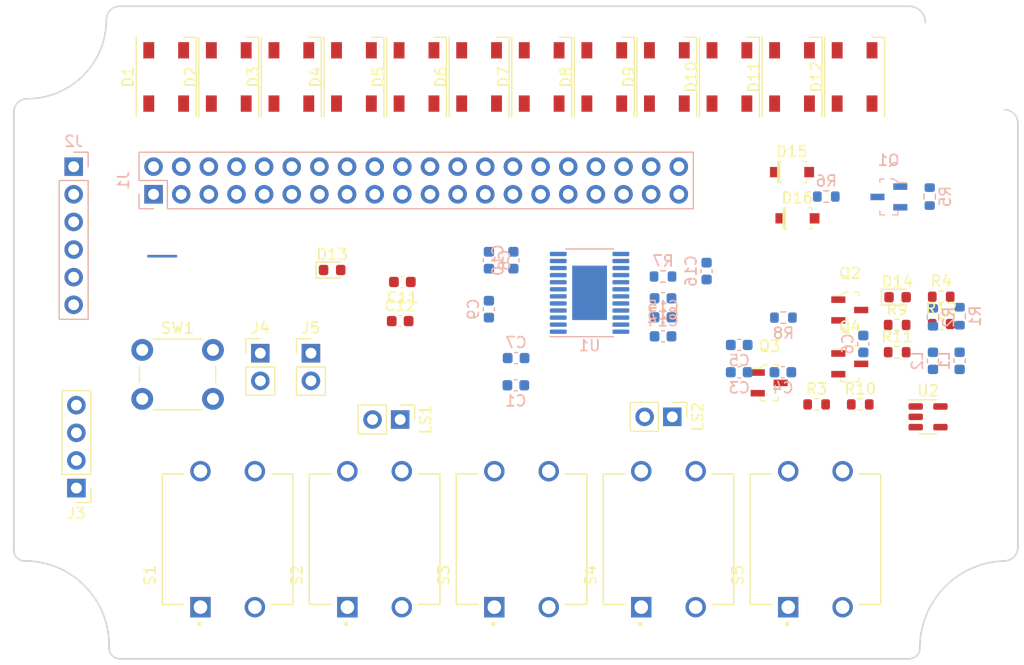
<source format=kicad_pcb>
(kicad_pcb (version 20211014) (generator pcbnew)
  (title_block (title "Raspberry Pi Zero (W) uHAT Template Board") (date "2019-02-28") (rev "1.0") (comment 1 "This PCB design is licensed under MIT Open Source License."))
  (layers (0 "F.Cu" signal) (1 "In1.Cu" signal) (2 "In2.Cu" signal) (31 "B.Cu" signal) (34 "B.Paste" user) (35 "F.Paste" user) (36 "B.SilkS" user "B.Silkscreen") (37 "F.SilkS" user "F.Silkscreen") (38 "B.Mask" user) (39 "F.Mask" user) (44 "Edge.Cuts" user))
  (net 0 "")
  (net 1 "GND")
  (net 2 "Net-(C1-Pad1)")
  (net 3 "GNDA")
  (net 4 "+5V")
  (net 5 "/BTN_D")
  (net 6 "/BTN_E")
  (net 7 "/BTN_A")
  (net 8 "/BTN_B")
  (net 9 "/BTN_C")
  (net 10 "/PWM_AUDIO_L")
  (net 11 "/PWM_AUDIO_R")
  (net 12 "Net-(L1-Pad1)")
  (net 13 "Net-(L2-Pad1)")
  (net 14 "Net-(D1-Pad4)")
  (net 15 "Net-(D1-Pad2)")
  (net 16 "Net-(D2-Pad4)")
  (net 17 "Net-(D3-Pad4)")
  (net 18 "Net-(D4-Pad4)")
  (net 19 "Net-(D5-Pad4)")
  (net 20 "+3V3")
  (net 21 "/LED")
  (net 22 "Net-(D10-Pad2)")
  (net 23 "Net-(D6-Pad4)")
  (net 24 "Net-(D10-Pad4)")
  (net 25 "Net-(D7-Pad4)")
  (net 26 "Net-(D8-Pad4)")
  (net 27 "Net-(D11-Pad4)")
  (net 28 "/AUD_L+")
  (net 29 "/AUD_R+")
  (net 30 "/AUD_L-")
  (net 31 "/AUD_R-")
  (net 32 "/GAIN_1")
  (net 33 "/GAIN_0")
  (net 34 "/UART_RX")
  (net 35 "/UART_TX")
  (net 36 "/SPK_L+")
  (net 37 "/SPK_L-")
  (net 38 "/SPK_R+")
  (net 39 "/SPK_R-")
  (net 40 "Net-(D13-Pad1)")
  (net 41 "Net-(R7-Pad2)")
  (net 42 "Net-(C14-Pad2)")
  (net 43 "Net-(C10-Pad2)")
  (net 44 "Net-(C3-Pad2)")
  (net 45 "/AWAKE_SIG")
  (net 46 "Net-(D14-Pad1)")
  (net 47 "Net-(D15-PadA)")
  (net 48 "Net-(D16-PadA)")
  (net 49 "/M2")
  (net 50 "/M1")
  (net 51 "/Vs")
  (net 52 "Net-(Q2-Pad3)")
  (net 53 "Net-(R4-Pad1)")
  (net 54 "/PWR_EN")
  (footprint "Connector_PinHeader_2.54mm:PinHeader_1x04_P2.54mm_Vertical" (layer "F.Cu") (at 117.032 107.368 180)
    (fp_text reference "J3" (at 0 -2.33) (layer "F.SilkS"))
    (fp_text value "Conn_01x04_Male")
    (pad "1" thru_hole rect locked (at 0 0 180) (size 1.7 1.7) (drill 1) (layers *.Cu *.Mask) (net 4 "+5V"))
    (pad "2" thru_hole oval locked (at 0 2.54 180) (size 1.7 1.7) (drill 1) (layers *.Cu *.Mask) (net 35 "/UART_TX"))
    (pad "3" thru_hole oval locked (at 0 5.08 180) (size 1.7 1.7) (drill 1) (layers *.Cu *.Mask) (net 34 "/UART_RX"))
    (pad "4" thru_hole oval locked (at 0 7.62 180) (size 1.7 1.7) (drill 1) (layers *.Cu *.Mask) (net 1 "GND"))
  )
  (footprint "Connector_PinHeader_2.54mm:PinHeader_1x02_P2.54mm_Vertical" (layer "F.Cu") (at 146.782 101.068 -90)
    (fp_text reference "LS1" (at 0 -2.33 90) (layer "F.SilkS"))
    (fp_text value "Speaker")
    (pad "1" thru_hole rect locked (at 0 0 270) (size 1.7 1.7) (drill 1) (layers *.Cu *.Mask) (net 37 "/SPK_L-"))
    (pad "2" thru_hole oval locked (at 0 2.54 270) (size 1.7 1.7) (drill 1) (layers *.Cu *.Mask) (net 36 "/SPK_L+"))
  )
  (footprint "Connector_PinHeader_2.54mm:PinHeader_1x02_P2.54mm_Vertical" (layer "F.Cu") (at 171.782 100.818 -90)
    (fp_text reference "LS2" (at 0 -2.33 90) (layer "F.SilkS"))
    (fp_text value "Speaker")
    (pad "1" thru_hole rect locked (at 0 0 270) (size 1.7 1.7) (drill 1) (layers *.Cu *.Mask) (net 39 "/SPK_R-"))
    (pad "2" thru_hole oval locked (at 0 2.54 270) (size 1.7 1.7) (drill 1) (layers *.Cu *.Mask) (net 38 "/SPK_R+"))
  )
  (footprint "LED_SMD:LED_0603_1608Metric" (layer "F.Cu") (at 192.482 89.818)
    (fp_text reference "D14" (at 0 -1.43) (layer "F.SilkS"))
    (fp_text value "LED")
    (pad "1" smd roundrect locked (at -0.7875 0) (size 0.875 0.95) (layers "F.Cu" "F.Paste" "F.Mask") (net 46 "Net-(D14-Pad1)"))
    (pad "2" smd roundrect locked (at 0.7875 0) (size 0.875 0.95) (layers "F.Cu" "F.Paste" "F.Mask") (net 45 "/AWAKE_SIG"))
  )
  (footprint "digikey-footprints:SOD-123" (layer "F.Cu") (at 182.782 78.318)
    (fp_text reference "D15" (at -0.01 -1.89) (layer "F.SilkS"))
    (fp_text value "1N5819HW-7-F")
    (pad "A" smd rect locked (at 1.575 0) (size 0.9 0.95) (layers "F.Cu" "F.Paste" "F.Mask") (net 47 "Net-(D15-PadA)"))
    (pad "K" smd rect locked (at -1.575 0) (size 0.9 0.95) (layers "F.Cu" "F.Paste" "F.Mask") (net 4 "+5V"))
  )
  (footprint "digikey-footprints:SOD-123" (layer "F.Cu") (at 183.282 82.568)
    (fp_text reference "D16" (at -0.01 -1.89) (layer "F.SilkS"))
    (fp_text value "1N5819HW-7-F")
    (pad "A" smd rect locked (at 1.575 0) (size 0.9 0.95) (layers "F.Cu" "F.Paste" "F.Mask") (net 48 "Net-(D16-PadA)"))
    (pad "K" smd rect locked (at -1.575 0) (size 0.9 0.95) (layers "F.Cu" "F.Paste" "F.Mask") (net 4 "+5V"))
  )
  (footprint "digikey-footprints:SOT-23-3" (layer "F.Cu") (at 188.087 90.998)
    (fp_text reference "Q2" (at 0.025 -3.375) (layer "F.SilkS"))
    (fp_text value "BSS138")
    (pad "1" smd rect locked (at -1.05 -0.95) (size 1.3 0.6) (layers "F.Cu" "F.Paste" "F.Mask") (net 20 "+3V3"))
    (pad "2" smd rect locked (at -1.05 0.95) (size 1.3 0.6) (layers "F.Cu" "F.Paste" "F.Mask") (net 45 "/AWAKE_SIG"))
    (pad "3" smd rect locked (at 1.05 0) (size 1.3 0.6) (layers "F.Cu" "F.Paste" "F.Mask") (net 52 "Net-(Q2-Pad3)"))
  )
  (footprint "digikey-footprints:SOT-23-3" (layer "F.Cu") (at 180.687 97.698)
    (fp_text reference "Q3" (at 0.025 -3.375) (layer "F.SilkS"))
    (fp_text value "BSS138")
    (pad "1" smd rect locked (at -1.05 -0.95) (size 1.3 0.6) (layers "F.Cu" "F.Paste" "F.Mask") (net 50 "/M1"))
    (pad "2" smd rect locked (at -1.05 0.95) (size 1.3 0.6) (layers "F.Cu" "F.Paste" "F.Mask") (net 1 "GND"))
    (pad "3" smd rect locked (at 1.05 0) (size 1.3 0.6) (layers "F.Cu" "F.Paste" "F.Mask") (net 47 "Net-(D15-PadA)"))
  )
  (footprint "digikey-footprints:SOT-23-3" (layer "F.Cu") (at 188.087 95.948)
    (fp_text reference "Q4" (at 0.025 -3.375) (layer "F.SilkS"))
    (fp_text value "BSS138")
    (pad "1" smd rect locked (at -1.05 -0.95) (size 1.3 0.6) (layers "F.Cu" "F.Paste" "F.Mask") (net 49 "/M2"))
    (pad "2" smd rect locked (at -1.05 0.95) (size 1.3 0.6) (layers "F.Cu" "F.Paste" "F.Mask") (net 1 "GND"))
    (pad "3" smd rect locked (at 1.05 0) (size 1.3 0.6) (layers "F.Cu" "F.Paste" "F.Mask") (net 48 "Net-(D16-PadA)"))
  )
  (footprint "Resistor_SMD:R_0603_1608Metric" (layer "F.Cu") (at 185.042 99.678)
    (fp_text reference "R3" (at 0 -1.43) (layer "F.SilkS"))
    (fp_text value "10k")
    (pad "1" smd roundrect locked (at -0.825 0) (size 0.8 0.95) (layers "F.Cu" "F.Paste" "F.Mask") (net 1 "GND"))
    (pad "2" smd roundrect locked (at 0.825 0) (size 0.8 0.95) (layers "F.Cu" "F.Paste" "F.Mask") (net 45 "/AWAKE_SIG"))
  )
  (footprint "Resistor_SMD:R_0603_1608Metric" (layer "F.Cu") (at 196.492 89.778)
    (fp_text reference "R4" (at 0 -1.43) (layer "F.SilkS"))
    (fp_text value "10k")
    (pad "1" smd roundrect locked (at -0.825 0) (size 0.8 0.95) (layers "F.Cu" "F.Paste" "F.Mask") (net 53 "Net-(R4-Pad1)"))
    (pad "2" smd roundrect locked (at 0.825 0) (size 0.8 0.95) (layers "F.Cu" "F.Paste" "F.Mask") (net 51 "/Vs"))
  )
  (footprint "Resistor_SMD:R_0603_1608Metric" (layer "F.Cu") (at 192.442 92.368)
    (fp_text reference "R9" (at 0 -1.43) (layer "F.SilkS"))
    (fp_text value "200k")
    (pad "1" smd roundrect locked (at -0.825 0) (size 0.8 0.95) (layers "F.Cu" "F.Paste" "F.Mask") (net 52 "Net-(Q2-Pad3)"))
    (pad "2" smd roundrect locked (at 0.825 0) (size 0.8 0.95) (layers "F.Cu" "F.Paste" "F.Mask") (net 51 "/Vs"))
  )
  (footprint "Resistor_SMD:R_0603_1608Metric" (layer "F.Cu") (at 189.052 99.678)
    (fp_text reference "R10" (at 0 -1.43) (layer "F.SilkS"))
    (fp_text value "200R")
    (pad "1" smd roundrect locked (at -0.825 0) (size 0.8 0.95) (layers "F.Cu" "F.Paste" "F.Mask") (net 1 "GND"))
    (pad "2" smd roundrect locked (at 0.825 0) (size 0.8 0.95) (layers "F.Cu" "F.Paste" "F.Mask") (net 46 "Net-(D14-Pad1)"))
  )
  (footprint "Resistor_SMD:R_0603_1608Metric" (layer "F.Cu") (at 192.442 94.878)
    (fp_text reference "R11" (at 0 -1.43) (layer "F.SilkS"))
    (fp_text value "10k")
    (pad "1" smd roundrect locked (at -0.825 0) (size 0.8 0.95) (layers "F.Cu" "F.Paste" "F.Mask") (net 1 "GND"))
    (pad "2" smd roundrect locked (at 0.825 0) (size 0.8 0.95) (layers "F.Cu" "F.Paste" "F.Mask") (net 50 "/M1"))
  )
  (footprint "Resistor_SMD:R_0603_1608Metric" (layer "F.Cu") (at 196.492 92.288)
    (fp_text reference "R12" (at 0 -1.43) (layer "F.SilkS"))
    (fp_text value "10k")
    (pad "1" smd roundrect locked (at -0.825 0) (size 0.8 0.95) (layers "F.Cu" "F.Paste" "F.Mask") (net 1 "GND"))
    (pad "2" smd roundrect locked (at 0.825 0) (size 0.8 0.95) (layers "F.Cu" "F.Paste" "F.Mask") (net 49 "/M2"))
  )
  (footprint "Connector_PinHeader_2.54mm:PinHeader_1x02_P2.54mm_Vertical" (layer "F.Cu") (at 133.932 94.968)
    (fp_text reference "J4" (at 0 -2.33) (layer "F.SilkS"))
    (fp_text value "Conn_01x02_Male")
    (pad "1" thru_hole rect locked (at 0 0) (size 1.7 1.7) (drill 1) (layers *.Cu *.Mask) (net 4 "+5V"))
    (pad "2" thru_hole oval locked (at 0 2.54) (size 1.7 1.7) (drill 1) (layers *.Cu *.Mask) (net 47 "Net-(D15-PadA)"))
  )
  (footprint "Connector_PinHeader_2.54mm:PinHeader_1x02_P2.54mm_Vertical" (layer "F.Cu") (at 138.582 94.968)
    (fp_text reference "J5" (at 0 -2.33) (layer "F.SilkS"))
    (fp_text value "Conn_01x02_Male")
    (pad "1" thru_hole rect locked (at 0 0) (size 1.7 1.7) (drill 1) (layers *.Cu *.Mask) (net 4 "+5V"))
    (pad "2" thru_hole oval locked (at 0 2.54) (size 1.7 1.7) (drill 1) (layers *.Cu *.Mask) (net 48 "Net-(D16-PadA)"))
  )
  (footprint "Button_Switch_THT:SW_PUSH_6mm" (layer "F.Cu") (at 123.082 94.668)
    (fp_text reference "SW1" (at 3.25 -2) (layer "F.SilkS"))
    (fp_text value "SW_SPST")
    (pad "1" thru_hole circle locked (at 0 0 90) (size 2 2) (drill 1.1) (layers *.Cu *.Mask) (net 1 "GND"))
    (pad "1" thru_hole circle locked (at 6.5 0 90) (size 2 2) (drill 1.1) (layers *.Cu *.Mask) (net 1 "GND"))
    (pad "2" thru_hole circle locked (at 6.5 4.5 90) (size 2 2) (drill 1.1) (layers *.Cu *.Mask) (net 53 "Net-(R4-Pad1)"))
    (pad "2" thru_hole circle locked (at 0 4.5 90) (size 2 2) (drill 1.1) (layers *.Cu *.Mask) (net 53 "Net-(R4-Pad1)"))
  )
  (footprint "B3F-4050:SW_B3F-4050" (layer "F.Cu") (at 130.932 112.068 90)
    (fp_text reference "S1" (at -3.325 -7.135 90) (layer "F.SilkS"))
    (fp_text value "B3F-4050")
    (pad "" np_thru_hole circle locked (at 0 4.5 90) (size 1.85 1.85) (drill 1.85) (layers *.Cu *.Mask))
    (pad "" np_thru_hole circle locked (at 0 -4.5 90) (size 1.85 1.85) (drill 1.85) (layers *.Cu *.Mask))
    (pad "1" thru_hole rect locked (at -6.25 -2.5 90) (size 1.875 1.875) (drill 1.25) (layers *.Cu *.Mask) (net 7 "/BTN_A"))
    (pad "2" thru_hole circle locked (at 6.25 -2.5 90) (size 1.875 1.875) (drill 1.25) (layers *.Cu *.Mask) (net 7 "/BTN_A"))
    (pad "3" thru_hole circle locked (at -6.25 2.5 90) (size 1.875 1.875) (drill 1.25) (layers *.Cu *.Mask) (net 1 "GND"))
    (pad "4" thru_hole circle locked (at 6.25 2.5 90) (size 1.875 1.875) (drill 1.25) (layers *.Cu *.Mask) (net 1 "GND"))
  )
  (footprint "B3F-4050:SW_B3F-4050" (layer "F.Cu") (at 144.432 112.068 90)
    (fp_text reference "S2" (at -3.325 -7.135 90) (layer "F.SilkS"))
    (fp_text value "B3F-4050")
    (pad "" np_thru_hole circle locked (at 0 -4.5 90) (size 1.85 1.85) (drill 1.85) (layers *.Cu *.Mask))
    (pad "" np_thru_hole circle locked (at 0 4.5 90) (size 1.85 1.85) (drill 1.85) (layers *.Cu *.Mask))
    (pad "1" thru_hole rect locked (at -6.25 -2.5 90) (size 1.875 1.875) (drill 1.25) (layers *.Cu *.Mask) (net 8 "/BTN_B"))
    (pad "2" thru_hole circle locked (at 6.25 -2.5 90) (size 1.875 1.875) (drill 1.25) (layers *.Cu *.Mask) (net 8 "/BTN_B"))
    (pad "3" thru_hole circle locked (at -6.25 2.5 90) (size 1.875 1.875) (drill 1.25) (layers *.Cu *.Mask) (net 1 "GND"))
    (pad "4" thru_hole circle locked (at 6.25 2.5 90) (size 1.875 1.875) (drill 1.25) (layers *.Cu *.Mask) (net 1 "GND"))
  )
  (footprint "B3F-4050:SW_B3F-4050" (layer "F.Cu") (at 157.932 112.068 90)
    (fp_text reference "S3" (at -3.325 -7.135 90) (layer "F.SilkS"))
    (fp_text value "B3F-4050")
    (pad "" np_thru_hole circle locked (at 0 -4.5 90) (size 1.85 1.85) (drill 1.85) (layers *.Cu *.Mask))
    (pad "" np_thru_hole circle locked (at 0 4.5 90) (size 1.85 1.85) (drill 1.85) (layers *.Cu *.Mask))
    (pad "1" thru_hole rect locked (at -6.25 -2.5 90) (size 1.875 1.875) (drill 1.25) (layers *.Cu *.Mask) (net 9 "/BTN_C"))
    (pad "2" thru_hole circle locked (at 6.25 -2.5 90) (size 1.875 1.875) (drill 1.25) (layers *.Cu *.Mask) (net 9 "/BTN_C"))
    (pad "3" thru_hole circle locked (at -6.25 2.5 90) (size 1.875 1.875) (drill 1.25) (layers *.Cu *.Mask) (net 1 "GND"))
    (pad "4" thru_hole circle locked (at 6.25 2.5 90) (size 1.875 1.875) (drill 1.25) (layers *.Cu *.Mask) (net 1 "GND"))
  )
  (footprint "B3F-4050:SW_B3F-4050" (layer "F.Cu") (at 171.432 112.068 90)
    (fp_text reference "S4" (at -3.325 -7.135 90) (layer "F.SilkS"))
    (fp_text value "B3F-4050")
    (pad "" np_thru_hole circle locked (at 0 -4.5 90) (size 1.85 1.85) (drill 1.85) (layers *.Cu *.Mask))
    (pad "" np_thru_hole circle locked (at 0 4.5 90) (size 1.85 1.85) (drill 1.85) (layers *.Cu *.Mask))
    (pad "1" thru_hole rect locked (at -6.25 -2.5 90) (size 1.875 1.875) (drill 1.25) (layers *.Cu *.Mask) (net 5 "/BTN_D"))
    (pad "2" thru_hole circle locked (at 6.25 -2.5 90) (size 1.875 1.875) (drill 1.25) (layers *.Cu *.Mask) (net 5 "/BTN_D"))
    (pad "3" thru_hole circle locked (at -6.25 2.5 90) (size 1.875 1.875) (drill 1.25) (layers *.Cu *.Mask) (net 1 "GND"))
    (pad "4" thru_hole circle locked (at 6.25 2.5 90) (size 1.875 1.875) (drill 1.25) (layers *.Cu *.Mask) (net 1 "GND"))
  )
  (footprint "B3F-4050:SW_B3F-4050" (layer "F.Cu") (at 184.932 112.068 90)
    (fp_text reference "S5" (at -3.325 -7.135 90) (layer "F.SilkS"))
    (fp_text value "B3F-4050")
    (pad "" np_thru_hole circle locked (at 0 -4.5 90) (size 1.85 1.85) (drill 1.85) (layers *.Cu *.Mask))
    (pad "" np_thru_hole circle locked (at 0 4.5 90) (size 1.85 1.85) (drill 1.85) (layers *.Cu *.Mask))
    (pad "1" thru_hole rect locked (at -6.25 -2.5 90) (size 1.875 1.875) (drill 1.25) (layers *.Cu *.Mask) (net 6 "/BTN_E"))
    (pad "2" thru_hole circle locked (at 6.25 -2.5 90) (size 1.875 1.875) (drill 1.25) (layers *.Cu *.Mask) (net 6 "/BTN_E"))
    (pad "3" thru_hole circle locked (at -6.25 2.5 90) (size 1.875 1.875) (drill 1.25) (layers *.Cu *.Mask) (net 1 "GND"))
    (pad "4" thru_hole circle locked (at 6.25 2.5 90) (size 1.875 1.875) (drill 1.25) (layers *.Cu *.Mask) (net 1 "GND"))
  )
  (footprint "Package_TO_SOT_SMD:SOT-23-5" (layer "F.Cu") (at 195.282 100.818)
    (fp_text reference "U2" (at 0 -2.4) (layer "F.SilkS"))
    (fp_text value "SN74LVC1G32DBVRG4")
    (pad "1" smd roundrect locked (at -1.1375 -0.95) (size 1.325 0.6) (layers "F.Cu" "F.Paste" "F.Mask") (net 52 "Net-(Q2-Pad3)"))
    (pad "2" smd roundrect locked (at -1.1375 0) (size 1.325 0.6) (layers "F.Cu" "F.Paste" "F.Mask") (net 53 "Net-(R4-Pad1)"))
    (pad "3" smd roundrect locked (at -1.1375 0.95) (size 1.325 0.6) (layers "F.Cu" "F.Paste" "F.Mask") (net 1 "GND"))
    (pad "4" smd roundrect locked (at 1.1375 0.95) (size 1.325 0.6) (layers "F.Cu" "F.Paste" "F.Mask") (net 54 "/PWR_EN"))
    (pad "5" smd roundrect locked (at 1.1375 -0.95) (size 1.325 0.6) (layers "F.Cu" "F.Paste" "F.Mask") (net 51 "/Vs"))
  )
  (footprint "LED_SMD:LED_SK6812_PLCC4_5.0x5.0mm_P3.2mm" (layer "F.Cu") (at 125.282 69.568 90)
    (fp_text reference "D1" (at 0 -3.5 90) (layer "F.SilkS"))
    (fp_text value "SK6812")
    (pad "1" smd rect locked (at 2.45 1.6 90) (size 1.5 1) (layers "F.Cu" "F.Paste" "F.Mask") (net 1 "GND"))
    (pad "2" smd rect locked (at 2.45 -1.6 90) (size 1.5 1) (layers "F.Cu" "F.Paste" "F.Mask") (net 15 "Net-(D1-Pad2)"))
    (pad "3" smd rect locked (at -2.45 -1.6 90) (size 1.5 1) (layers "F.Cu" "F.Paste" "F.Mask") (net 4 "+5V"))
    (pad "4" smd rect locked (at -2.45 1.6 90) (size 1.5 1) (layers "F.Cu" "F.Paste" "F.Mask") (net 14 "Net-(D1-Pad4)"))
  )
  (footprint "LED_SMD:LED_SK6812_PLCC4_5.0x5.0mm_P3.2mm" (layer "F.Cu") (at 131.032 69.568 90)
    (fp_text reference "D2" (at 0 -3.5 90) (layer "F.SilkS"))
    (fp_text value "SK6812")
    (pad "1" smd rect locked (at 2.45 1.6 90) (size 1.5 1) (layers "F.Cu" "F.Paste" "F.Mask") (net 1 "GND"))
    (pad "2" smd rect locked (at 2.45 -1.6 90) (size 1.5 1) (layers "F.Cu" "F.Paste" "F.Mask") (net 14 "Net-(D1-Pad4)"))
    (pad "3" smd rect locked (at -2.45 -1.6 90) (size 1.5 1) (layers "F.Cu" "F.Paste" "F.Mask") (net 4 "+5V"))
    (pad "4" smd rect locked (at -2.45 1.6 90) (size 1.5 1) (layers "F.Cu" "F.Paste" "F.Mask") (net 16 "Net-(D2-Pad4)"))
  )
  (footprint "LED_SMD:LED_SK6812_PLCC4_5.0x5.0mm_P3.2mm" (layer "F.Cu") (at 136.782 69.568 90)
    (fp_text reference "D3" (at 0 -3.5 90) (layer "F.SilkS"))
    (fp_text value "SK6812")
    (pad "1" smd rect locked (at 2.45 1.6 90) (size 1.5 1) (layers "F.Cu" "F.Paste" "F.Mask") (net 1 "GND"))
    (pad "2" smd rect locked (at 2.45 -1.6 90) (size 1.5 1) (layers "F.Cu" "F.Paste" "F.Mask") (net 16 "Net-(D2-Pad4)"))
    (pad "3" smd rect locked (at -2.45 -1.6 90) (size 1.5 1) (layers "F.Cu" "F.Paste" "F.Mask") (net 4 "+5V"))
    (pad "4" smd rect locked (at -2.45 1.6 90) (size 1.5 1) (layers "F.Cu" "F.Paste" "F.Mask") (net 17 "Net-(D3-Pad4)"))
  )
  (footprint "LED_SMD:LED_SK6812_PLCC4_5.0x5.0mm_P3.2mm" (layer "F.Cu") (at 142.532 69.568 90)
    (fp_text reference "D4" (at 0 -3.5 90) (layer "F.SilkS"))
    (fp_text value "SK6812")
    (pad "1" smd rect locked (at 2.45 1.6 90) (size 1.5 1) (layers "F.Cu" "F.Paste" "F.Mask") (net 1 "GND"))
    (pad "2" smd rect locked (at 2.45 -1.6 90) (size 1.5 1) (layers "F.Cu" "F.Paste" "F.Mask") (net 17 "Net-(D3-Pad4)"))
    (pad "3" smd rect locked (at -2.45 -1.6 90) (size 1.5 1) (layers "F.Cu" "F.Paste" "F.Mask") (net 4 "+5V"))
    (pad "4" smd rect locked (at -2.45 1.6 90) (size 1.5 1) (layers "F.Cu" "F.Paste" "F.Mask") (net 18 "Net-(D4-Pad4)"))
  )
  (footprint "LED_SMD:LED_SK6812_PLCC4_5.0x5.0mm_P3.2mm" (layer "F.Cu") (at 148.282 69.568 90)
    (fp_text reference "D5" (at 0 -3.5 90) (layer "F.SilkS"))
    (fp_text value "SK6812")
    (pad "1" smd rect locked (at 2.45 1.6 90) (size 1.5 1) (layers "F.Cu" "F.Paste" "F.Mask") (net 1 "GND"))
    (pad "2" smd rect locked (at 2.45 -1.6 90) (size 1.5 1) (layers "F.Cu" "F.Paste" "F.Mask") (net 18 "Net-(D4-Pad4)"))
    (pad "3" smd rect locked (at -2.45 -1.6 90) (size 1.5 1) (layers "F.Cu" "F.Paste" "F.Mask") (net 4 "+5V"))
    (pad "4" smd rect locked (at -2.45 1.6 90) (size 1.5 1) (layers "F.Cu" "F.Paste" "F.Mask") (net 19 "Net-(D5-Pad4)"))
  )
  (footprint "LED_SMD:LED_SK6812_PLCC4_5.0x5.0mm_P3.2mm" (layer "F.Cu") (at 165.532 69.568 90)
    (fp_text reference "D8" (at 0 -3.5 90) (layer "F.SilkS"))
    (fp_text value "SK6812")
    (pad "1" smd rect locked (at 2.45 1.6 90) (size 1.5 1) (layers "F.Cu" "F.Paste" "F.Mask") (net 1 "GND"))
    (pad "2" smd rect locked (at 2.45 -1.6 90) (size 1.5 1) (layers "F.Cu" "F.Paste" "F.Mask") (net 25 "Net-(D7-Pad4)"))
    (pad "3" smd rect locked (at -2.45 -1.6 90) (size 1.5 1) (layers "F.Cu" "F.Paste" "F.Mask") (net 4 "+5V"))
    (pad "4" smd rect locked (at -2.45 1.6 90) (size 1.5 1) (layers "F.Cu" "F.Paste" "F.Mask") (net 26 "Net-(D8-Pad4)"))
  )
  (footprint "LED_SMD:LED_SK6812_PLCC4_5.0x5.0mm_P3.2mm" (layer "F.Cu") (at 171.282 69.568 90)
    (fp_text reference "D9" (at 0 -3.5 90) (layer "F.SilkS"))
    (fp_text value "SK6812")
    (pad "1" smd rect locked (at 2.45 1.6 90) (size 1.5 1) (layers "F.Cu" "F.Paste" "F.Mask") (net 1 "GND"))
    (pad "2" smd rect locked (at 2.45 -1.6 90) (size 1.5 1) (layers "F.Cu" "F.Paste" "F.Mask") (net 26 "Net-(D8-Pad4)"))
    (pad "3" smd rect locked (at -2.45 -1.6 90) (size 1.5 1) (layers "F.Cu" "F.Paste" "F.Mask") (net 4 "+5V"))
    (pad "4" smd rect locked (at -2.45 1.6 90) (size 1.5 1) (layers "F.Cu" "F.Paste" "F.Mask") (net 22 "Net-(D10-Pad2)"))
  )
  (footprint "LED_SMD:LED_SK6812_PLCC4_5.0x5.0mm_P3.2mm" (layer "F.Cu") (at 177.032 69.568 90)
    (fp_text reference "D10" (at 0 -3.5 90) (layer "F.SilkS"))
    (fp_text value "SK6812")
    (pad "1" smd rect locked (at 2.45 1.6 90) (size 1.5 1) (layers "F.Cu" "F.Paste" "F.Mask") (net 1 "GND"))
    (pad "2" smd rect locked (at 2.45 -1.6 90) (size 1.5 1) (layers "F.Cu" "F.Paste" "F.Mask") (net 22 "Net-(D10-Pad2)"))
    (pad "3" smd rect locked (at -2.45 -1.6 90) (size 1.5 1) (layers "F.Cu" "F.Paste" "F.Mask") (net 4 "+5V"))
    (pad "4" smd rect locked (at -2.45 1.6 90) (size 1.5 1) (layers "F.Cu" "F.Paste" "F.Mask") (net 24 "Net-(D10-Pad4)"))
  )
  (footprint "LED_SMD:LED_SK6812_PLCC4_5.0x5.0mm_P3.2mm" (layer "F.Cu") (at 182.782 69.568 90)
    (fp_text reference "D11" (at 0 -3.5 90) (layer "F.SilkS"))
    (fp_text value "SK6812")
    (pad "1" smd rect locked (at 2.45 1.6 90) (size 1.5 1) (layers "F.Cu" "F.Paste" "F.Mask") (net 1 "GND"))
    (pad "2" smd rect locked (at 2.45 -1.6 90) (size 1.5 1) (layers "F.Cu" "F.Paste" "F.Mask") (net 24 "Net-(D10-Pad4)"))
    (pad "3" smd rect locked (at -2.45 -1.6 90) (size 1.5 1) (layers "F.Cu" "F.Paste" "F.Mask") (net 4 "+5V"))
    (pad "4" smd rect locked (at -2.45 1.6 90) (size 1.5 1) (layers "F.Cu" "F.Paste" "F.Mask") (net 27 "Net-(D11-Pad4)"))
  )
  (footprint "LED_SMD:LED_SK6812_PLCC4_5.0x5.0mm_P3.2mm" (layer "F.Cu") (at 188.532 69.568 90)
    (fp_text reference "D12" (at 0 -3.5 90) (layer "F.SilkS"))
    (fp_text value "SK6812")
    (pad "1" smd rect locked (at 2.45 1.6 90) (size 1.5 1) (layers "F.Cu" "F.Paste" "F.Mask") (net 1 "GND"))
    (pad "2" smd rect locked (at 2.45 -1.6 90) (size 1.5 1) (layers "F.Cu" "F.Paste" "F.Mask") (net 27 "Net-(D11-Pad4)"))
    (pad "3" smd rect locked (at -2.45 -1.6 90) (size 1.5 1) (layers "F.Cu" "F.Paste" "F.Mask") (net 4 "+5V"))
    (pad "4" smd rect locked (at -2.45 1.6 90) (size 1.5 1) (layers "F.Cu" "F.Paste" "F.Mask"))
  )
  (footprint "LED_SMD:LED_SK6812_PLCC4_5.0x5.0mm_P3.2mm" (layer "F.Cu") (at 154.032 69.568 90)
    (fp_text reference "D6" (at 0 -3.5 90) (layer "F.SilkS"))
    (fp_text value "SK6812")
    (pad "1" smd rect locked (at 2.45 1.6 90) (size 1.5 1) (layers "F.Cu" "F.Paste" "F.Mask") (net 1 "GND"))
    (pad "2" smd rect locked (at 2.45 -1.6 90) (size 1.5 1) (layers "F.Cu" "F.Paste" "F.Mask") (net 19 "Net-(D5-Pad4)"))
    (pad "3" smd rect locked (at -2.45 -1.6 90) (size 1.5 1) (layers "F.Cu" "F.Paste" "F.Mask") (net 4 "+5V"))
    (pad "4" smd rect locked (at -2.45 1.6 90) (size 1.5 1) (layers "F.Cu" "F.Paste" "F.Mask") (net 23 "Net-(D6-Pad4)"))
  )
  (footprint "LED_SMD:LED_SK6812_PLCC4_5.0x5.0mm_P3.2mm" (layer "F.Cu") (at 159.782 69.568 90)
    (fp_text reference "D7" (at 0 -3.5 90) (layer "F.SilkS"))
    (fp_text value "SK6812")
    (pad "1" smd rect locked (at 2.45 1.6 90) (size 1.5 1) (layers "F.Cu" "F.Paste" "F.Mask") (net 1 "GND"))
    (pad "2" smd rect locked (at 2.45 -1.6 90) (size 1.5 1) (layers "F.Cu" "F.Paste" "F.Mask") (net 23 "Net-(D6-Pad4)"))
    (pad "3" smd rect locked (at -2.45 -1.6 90) (size 1.5 1) (layers "F.Cu" "F.Paste" "F.Mask") (net 4 "+5V"))
    (pad "4" smd rect locked (at -2.45 1.6 90) (size 1.5 1) (layers "F.Cu" "F.Paste" "F.Mask") (net 25 "Net-(D7-Pad4)"))
  )
  (footprint "Capacitor_SMD:C_0603_1608Metric" (layer "F.Cu") (at 146.982 88.418 180)
    (fp_text reference "C11" (at 0 -1.43) (layer "F.SilkS"))
    (fp_text value "0.1uF")
    (pad "1" smd roundrect locked (at -0.775 0 180) (size 0.9 0.95) (layers "F.Cu" "F.Paste" "F.Mask") (net 1 "GND"))
    (pad "2" smd roundrect locked (at 0.775 0 180) (size 0.9 0.95) (layers "F.Cu" "F.Paste" "F.Mask") (net 4 "+5V"))
  )
  (footprint "Capacitor_SMD:C_0603_1608Metric" (layer "F.Cu") (at 146.782 92.018)
    (fp_text reference "C12" (at 0 -1.43) (layer "F.SilkS"))
    (fp_text value "0.1uF")
    (pad "1" smd roundrect locked (at -0.775 0) (size 0.9 0.95) (layers "F.Cu" "F.Paste" "F.Mask") (net 4 "+5V"))
    (pad "2" smd roundrect locked (at 0.775 0) (size 0.9 0.95) (layers "F.Cu" "F.Paste" "F.Mask") (net 1 "GND"))
  )
  (footprint "LED_SMD:LED_0603_1608Metric" (layer "F.Cu") (at 140.532 87.318)
    (fp_text reference "D13" (at 0 -1.43) (layer "F.SilkS"))
    (fp_text value "LED")
    (pad "1" smd roundrect locked (at -0.7875 0) (size 0.875 0.95) (layers "F.Cu" "F.Paste" "F.Mask") (net 40 "Net-(D13-Pad1)"))
    (pad "2" smd roundrect locked (at 0.7875 0) (size 0.875 0.95) (layers "F.Cu" "F.Paste" "F.Mask") (net 4 "+5V"))
  )
  (footprint "Capacitor_SMD:C_0603_1608Metric" (layer "B.Cu") (at 157.407 97.918)
    (fp_text reference "C1" (at 0 1.43 180) (layer "B.SilkS") (effects (justify mirror)))
    (fp_text value "1.5uF")
    (pad "1" smd roundrect locked (at -0.775 0) (size 0.9 0.95) (layers "B.Cu" "B.Paste" "B.Mask") (net 2 "Net-(C1-Pad1)"))
    (pad "2" smd roundrect locked (at 0.775 0) (size 0.9 0.95) (layers "B.Cu" "B.Paste" "B.Mask") (net 3 "GNDA"))
  )
  (footprint "Capacitor_SMD:C_0603_1608Metric" (layer "B.Cu") (at 189.332 94.118 -90)
    (fp_text reference "C6" (at 0 1.43 90) (layer "B.SilkS") (effects (justify mirror)))
    (fp_text value "10uF")
    (pad "1" smd roundrect locked (at -0.775 0 270) (size 0.9 0.95) (layers "B.Cu" "B.Paste" "B.Mask") (net 30 "/AUD_L-"))
    (pad "2" smd roundrect locked (at 0.775 0 270) (size 0.9 0.95) (layers "B.Cu" "B.Paste" "B.Mask") (net 3 "GNDA"))
  )
  (footprint "Capacitor_SMD:C_0603_1608Metric" (layer "B.Cu") (at 157.432 95.418 180)
    (fp_text reference "C7" (at 0 1.43) (layer "B.SilkS") (effects (justify mirror)))
    (fp_text value "10uF")
    (pad "1" smd roundrect locked (at -0.775 0 180) (size 0.9 0.95) (layers "B.Cu" "B.Paste" "B.Mask") (net 31 "/AUD_R-"))
    (pad "2" smd roundrect locked (at 0.775 0 180) (size 0.9 0.95) (layers "B.Cu" "B.Paste" "B.Mask") (net 3 "GNDA"))
  )
  (footprint "Package_SO:HTSSOP-24-1EP_4.4x7.8mm_P0.65mm_EP3.2x5mm" (layer "B.Cu") (at 164.182 89.418)
    (fp_text reference "U1" (at 0 4.85) (layer "B.SilkS") (effects (justify mirror)))
    (fp_text value "TPA2001D2")
    (pad "1" smd roundrect locked (at -2.875 3.575) (size 1.55 0.4) (layers "B.Cu" "B.Paste" "B.Mask") (net 1 "GND"))
    (pad "2" smd roundrect locked (at -2.875 2.925) (size 1.55 0.4) (layers "B.Cu" "B.Paste" "B.Mask") (net 37 "/SPK_L-"))
    (pad "3" smd roundrect locked (at -2.875 2.275) (size 1.55 0.4) (layers "B.Cu" "B.Paste" "B.Mask") (net 33 "/GAIN_0"))
    (pad "4" smd roundrect locked (at -2.875 1.625) (size 1.55 0.4) (layers "B.Cu" "B.Paste" "B.Mask") (net 4 "+5V"))
    (pad "5" smd roundrect locked (at -2.875 0.975) (size 1.55 0.4) (layers "B.Cu" "B.Paste" "B.Mask") (net 30 "/AUD_L-"))
    (pad "6" smd roundrect locked (at -2.875 0.325) (size 1.55 0.4) (layers "B.Cu" "B.Paste" "B.Mask") (net 3 "GNDA"))
    (pad "7" smd roundrect locked (at -2.875 -0.325) (size 1.55 0.4) (layers "B.Cu" "B.Paste" "B.Mask") (net 43 "Net-(C10-Pad2)"))
    (pad "8" smd roundrect locked (at -2.875 -0.975) (size 1.55 0.4) (layers "B.Cu" "B.Paste" "B.Mask") (net 31 "/AUD_R-"))
    (pad "9" smd roundrect locked (at -2.875 -1.625) (size 1.55 0.4) (layers "B.Cu" "B.Paste" "B.Mask") (net 4 "+5V"))
    (pad "10" smd roundrect locked (at -2.875 -2.275) (size 1.55 0.4) (layers "B.Cu" "B.Paste" "B.Mask") (net 4 "+5V"))
    (pad "11" smd roundrect locked (at -2.875 -2.925) (size 1.55 0.4) (layers "B.Cu" "B.Paste" "B.Mask") (net 39 "/SPK_R-"))
    (pad "12" smd roundrect locked (at -2.875 -3.575) (size 1.55 0.4) (layers "B.Cu" "B.Paste" "B.Mask") (net 1 "GND"))
    (pad "13" smd roundrect locked (at 2.875 -3.575) (size 1.55 0.4) (layers "B.Cu" "B.Paste" "B.Mask") (net 1 "GND"))
    (pad "14" smd roundrect locked (at 2.875 -2.925) (size 1.55 0.4) (layers "B.Cu" "B.Paste" "B.Mask") (net 38 "/SPK_R+"))
    (pad "15" smd roundrect locked (at 2.875 -2.275) (size 1.55 0.4) (layers "B.Cu" "B.Paste" "B.Mask") (net 32 "/GAIN_1"))
    (pad "16" smd roundrect locked (at 2.875 -1.625) (size 1.55 0.4) (layers "B.Cu" "B.Paste" "B.Mask") (net 4 "+5V"))
    (pad "17" smd roundrect locked (at 2.875 -0.975) (size 1.55 0.4) (layers "B.Cu" "B.Paste" "B.Mask") (net 29 "/AUD_R+"))
    (pad "18" smd roundrect locked (at 2.875 -0.325) (size 1.55 0.4) (layers "B.Cu" "B.Paste" "B.Mask") (net 41 "Net-(R7-Pad2)"))
    (pad "19" smd roundrect locked (at 2.875 0.325) (size 1.55 0.4) (layers "B.Cu" "B.Paste" "B.Mask") (net 4 "+5V"))
    (pad "20" smd roundrect locked (at 2.875 0.975) (size 1.55 0.4) (layers "B.Cu" "B.Paste" "B.Mask") (net 28 "/AUD_L+"))
    (pad "21" smd roundrect locked (at 2.875 1.625) (size 1.55 0.4) (layers "B.Cu" "B.Paste" "B.Mask") (net 4 "+5V"))
    (pad "22" smd roundrect locked (at 2.875 2.275) (size 1.55 0.4) (layers "B.Cu" "B.Paste" "B.Mask") (net 42 "Net-(C14-Pad2)"))
    (pad "23" smd roundrect locked (at 2.875 2.925) (size 1.55 0.4) (layers "B.Cu" "B.Paste" "B.Mask") (net 36 "/SPK_L+"))
    (pad "24" smd roundrect locked (at 2.875 3.575) (size 1.55 0.4) (layers "B.Cu" "B.Paste" "B.Mask") (net 1 "GND"))
    (pad "25" smd rect locked (at 0 0) (size 3.2 5) (layers "B.Cu" "B.Mask"))
  )
  (footprint "digikey-footprints:SOT-23-3" (layer "B.Cu") (at 191.682 80.603 180)
    (fp_text reference "Q1" (at 0.025 3.375) (layer "B.SilkS") (effects (justify mirror)))
    (fp_text value "BSS138")
    (pad "1" smd rect locked (at -1.05 0.95 180) (size 1.3 0.6) (layers "B.Cu" "B.Paste" "B.Mask") (net 20 "+3V3"))
    (pad "2" smd rect locked (at -1.05 -0.95 180) (size 1.3 0.6) (layers "B.Cu" "B.Paste" "B.Mask") (net 21 "/LED"))
    (pad "3" smd rect locked (at 1.05 0 180) (size 1.3 0.6) (layers "B.Cu" "B.Paste" "B.Mask") (net 15 "Net-(D1-Pad2)"))
  )
  (footprint "Resistor_SMD:R_0603_1608Metric" (layer "B.Cu") (at 195.432 80.568 90)
    (fp_text reference "R5" (at 0 1.43 270) (layer "B.SilkS") (effects (justify mirror)))
    (fp_text value "10k")
    (pad "1" smd roundrect locked (at -0.825 0 90) (size 0.8 0.95) (layers "B.Cu" "B.Paste" "B.Mask") (net 21 "/LED"))
    (pad "2" smd roundrect locked (at 0.825 0 90) (size 0.8 0.95) (layers "B.Cu" "B.Paste" "B.Mask") (net 20 "+3V3"))
  )
  (footprint "Resistor_SMD:R_0603_1608Metric" (layer "B.Cu") (at 185.932 80.568 180)
    (fp_text reference "R6" (at 0 1.43) (layer "B.SilkS") (effects (justify mirror)))
    (fp_text value "10k")
    (pad "1" smd roundrect locked (at -0.825 0 180) (size 0.8 0.95) (layers "B.Cu" "B.Paste" "B.Mask") (net 15 "Net-(D1-Pad2)"))
    (pad "2" smd roundrect locked (at 0.825 0 180) (size 0.8 0.95) (layers "B.Cu" "B.Paste" "B.Mask") (net 4 "+5V"))
  )
  (footprint "Connector_PinSocket_2.54mm:PinSocket_2x20_P2.54mm_Vertical" (layer "B.Cu") (at 124.122 80.358 -90)
    (fp_text reference "J1" (at -1.27 2.77 90) (layer "B.SilkS") (effects (justify mirror)))
    (fp_text value "GPIO_CONNECTOR")
    (pad "1" thru_hole rect locked (at 0 0 270) (size 1.7 1.7) (drill 1) (layers *.Cu *.Mask) (net 20 "+3V3"))
    (pad "2" thru_hole oval locked (at -2.54 0 270) (size 1.7 1.7) (drill 1) (layers *.Cu *.Mask) (net 4 "+5V"))
    (pad "3" thru_hole oval locked (at 0 -2.54 270) (size 1.7 1.7) (drill 1) (layers *.Cu *.Mask))
    (pad "4" thru_hole oval locked (at -2.54 -2.54 270) (size 1.7 1.7) (drill 1) (layers *.Cu *.Mask) (net 4 "+5V"))
    (pad "5" thru_hole oval locked (at 0 -5.08 270) (size 1.7 1.7) (drill 1) (layers *.Cu *.Mask))
    (pad "6" thru_hole oval locked (at -2.54 -5.08 270) (size 1.7 1.7) (drill 1) (layers *.Cu *.Mask))
    (pad "7" thru_hole oval locked (at 0 -7.62 270) (size 1.7 1.7) (drill 1) (layers *.Cu *.Mask))
    (pad "8" thru_hole oval locked (at -2.54 -7.62 270) (size 1.7 1.7) (drill 1) (layers *.Cu *.Mask) (net 35 "/UART_TX"))
    (pad "9" thru_hole oval locked (at 0 -10.16 270) (size 1.7 1.7) (drill 1) (layers *.Cu *.Mask))
    (pad "10" thru_hole oval locked (at -2.54 -10.16 270) (size 1.7 1.7) (drill 1) (layers *.Cu *.Mask) (net 34 "/UART_RX"))
    (pad "11" thru_hole oval locked (at 0 -12.7 270) (size 1.7 1.7) (drill 1) (layers *.Cu *.Mask))
    (pad "12" thru_hole oval locked (at -2.54 -12.7 270) (size 1.7 1.7) (drill 1) (layers *.Cu *.Mask) (net 21 "/LED"))
    (pad "13" thru_hole oval locked (at 0 -15.24 270) (size 1.7 1.7) (drill 1) (layers *.Cu *.Mask))
    (pad "14" thru_hole oval locked (at -2.54 -15.24 270) (size 1.7 1.7) (drill 1) (layers *.Cu *.Mask))
    (pad "15" thru_hole oval locked (at 0 -17.78 270) (size 1.7 1.7) (drill 1) (layers *.Cu *.Mask))
    (pad "16" thru_hole oval locked (at -2.54 -17.78 270) (size 1.7 1.7) (drill 1) (layers *.Cu *.Mask) (net 7 "/BTN_A"))
    (pad "17" thru_hole oval locked (at 0 -20.32 270) (size 1.7 1.7) (drill 1) (layers *.Cu *.Mask))
    (pad "18" thru_hole oval locked (at -2.54 -20.32 270) (size 1.7 1.7) (drill 1) (layers *.Cu *.Mask) (net 8 "/BTN_B"))
    (pad "19" thru_hole oval locked (at 0 -22.86 270) (size 1.7 1.7) (drill 1) (layers *.Cu *.Mask))
    (pad "20" thru_hole oval locked (at -2.54 -22.86 270) (size 1.7 1.7) (drill 1) (layers *.Cu *.Mask) (net 1 "GND"))
    (pad "21" thru_hole oval locked (at 0 -25.4 270) (size 1.7 1.7) (drill 1) (layers *.Cu *.Mask))
    (pad "22" thru_hole oval locked (at -2.54 -25.4 270) (size 1.7 1.7) (drill 1) (layers *.Cu *.Mask))
    (pad "23" thru_hole oval locked (at 0 -27.94 270) (size 1.7 1.7) (drill 1) (layers *.Cu *.Mask))
    (pad "24" thru_hole oval locked (at -2.54 -27.94 270) (size 1.7 1.7) (drill 1) (layers *.Cu *.Mask))
    (pad "25" thru_hole oval locked (at 0 -30.48 270) (size 1.7 1.7) (drill 1) (layers *.Cu *.Mask))
    (pad "26" thru_hole oval locked (at -2.54 -30.48 270) (size 1.7 1.7) (drill 1) (layers *.Cu *.Mask))
    (pad "27" thru_hole oval locked (at 0 -33.02 270) (size 1.7 1.7) (drill 1) (layers *.Cu *.Mask) (net 9 "/BTN_C"))
    (pad "28" thru_hole oval locked (at -2.54 -33.02 270) (size 1.7 1.7) (drill 1) (layers *.Cu *.Mask) (net 50 "/M1"))
    (pad "29" thru_hole oval locked (at 0 -35.56 270) (size 1.7 1.7) (drill 1) (layers *.Cu *.Mask) (net 5 "/BTN_D"))
    (pad "30" thru_hole oval locked (at -2.54 -35.56 270) (size 1.7 1.7) (drill 1) (layers *.Cu *.Mask))
    (pad "31" thru_hole oval locked (at 0 -38.1 270) (size 1.7 1.7) (drill 1) (layers *.Cu *.Mask) (net 6 "/BTN_E"))
    (pad "32" thru_hole oval locked (at -2.54 -38.1 270) (size 1.7 1.7) (drill 1) (layers *.Cu *.Mask) (net 10 "/PWM_AUDIO_L"))
    (pad "33" thru_hole oval locked (at 0 -40.64 270) (size 1.7 1.7) (drill 1) (layers *.Cu *.Mask) (net 11 "/PWM_AUDIO_R"))
    (pad "34" thru_hole oval locked (at -2.54 -40.64 270) (size 1.7 1.7) (drill 1) (layers *.Cu *.Mask))
    (pad "35" thru_hole oval locked (at 0 -43.18 270) (size 1.7 1.7) (drill 1) (layers *.Cu *.Mask) (net 33 "/GAIN_0"))
    (pad "36" thru_hole oval locked (at -2.54 -43.18 270) (size 1.7 1.7) (drill 1) (layers *.Cu *.Mask) (net 49 "/M2"))
    (pad "37" thru_hole oval locked (at 0 -45.72 270) (size 1.7 1.7) (drill 1) (layers *.Cu *.Mask) (net 32 "/GAIN_1"))
    (pad "38" thru_hole oval locked (at -2.54 -45.72 270) (size 1.7 1.7) (drill 1) (layers *.Cu *.Mask) (net 45 "/AWAKE_SIG"))
    (pad "39" thru_hole oval locked (at 0 -48.26 270) (size 1.7 1.7) (drill 1) (layers *.Cu *.Mask))
    (pad "40" thru_hole oval locked (at -2.54 -48.26 270) (size 1.7 1.7) (drill 1) (layers *.Cu *.Mask))
  )
  (footprint "Inductor_SMD:L_0603_1608Metric" (layer "B.Cu") (at 195.732 95.668 -90)
    (fp_text reference "L2" (at 0 1.43 90) (layer "B.SilkS") (effects (justify mirror)))
    (fp_text value "10uH")
    (pad "1" smd roundrect locked (at -0.7875 0 270) (size 0.875 0.95) (layers "B.Cu" "B.Paste" "B.Mask") (net 13 "Net-(L2-Pad1)"))
    (pad "2" smd roundrect locked (at 0.7875 0 270) (size 0.875 0.95) (layers "B.Cu" "B.Paste" "B.Mask") (net 44 "Net-(C3-Pad2)"))
  )
  (footprint "Inductor_SMD:L_0603_1608Metric" (layer "B.Cu") (at 198.182 95.668 -90)
    (fp_text reference "L1" (at 0 1.43 90) (layer "B.SilkS") (effects (justify mirror)))
    (fp_text value "10uH")
    (pad "1" smd roundrect locked (at -0.7875 0 270) (size 0.875 0.95) (layers "B.Cu" "B.Paste" "B.Mask") (net 12 "Net-(L1-Pad1)"))
    (pad "2" smd roundrect locked (at 0.7875 0 270) (size 0.875 0.95) (layers "B.Cu" "B.Paste" "B.Mask") (net 2 "Net-(C1-Pad1)"))
  )
  (footprint "Resistor_SMD:R_0603_1608Metric" (layer "B.Cu") (at 195.732 91.668 90)
    (fp_text reference "R2" (at 0 1.43 90) (layer "B.SilkS") (effects (justify mirror)))
    (fp_text value "5R")
    (pad "1" smd roundrect locked (at -0.825 0 90) (size 0.8 0.95) (layers "B.Cu" "B.Paste" "B.Mask") (net 13 "Net-(L2-Pad1)"))
    (pad "2" smd roundrect locked (at 0.825 0 90) (size 0.8 0.95) (layers "B.Cu" "B.Paste" "B.Mask") (net 10 "/PWM_AUDIO_L"))
  )
  (footprint "Resistor_SMD:R_0603_1608Metric" (layer "B.Cu") (at 198.182 91.568 90)
    (fp_text reference "R1" (at 0 1.43 90) (layer "B.SilkS") (effects (justify mirror)))
    (fp_text value "5R")
    (pad "1" smd roundrect locked (at -0.825 0 90) (size 0.8 0.95) (layers "B.Cu" "B.Paste" "B.Mask") (net 12 "Net-(L1-Pad1)"))
    (pad "2" smd roundrect locked (at 0.825 0 90) (size 0.8 0.95) (layers "B.Cu" "B.Paste" "B.Mask") (net 11 "/PWM_AUDIO_R"))
  )
  (footprint "Capacitor_SMD:C_0603_1608Metric" (layer "B.Cu") (at 177.932 96.718)
    (fp_text reference "C3" (at 0 1.43) (layer "B.SilkS") (effects (justify mirror)))
    (fp_text value "1.5uF")
    (pad "1" smd roundrect locked (at -0.775 0) (size 0.9 0.95) (layers "B.Cu" "B.Paste" "B.Mask") (net 3 "GNDA"))
    (pad "2" smd roundrect locked (at 0.775 0) (size 0.9 0.95) (layers "B.Cu" "B.Paste" "B.Mask") (net 44 "Net-(C3-Pad2)"))
  )
  (footprint "Capacitor_SMD:C_0603_1608Metric" (layer "B.Cu") (at 181.942 96.718)
    (fp_text reference "C4" (at 0 1.43) (layer "B.SilkS") (effects (justify mirror)))
    (fp_text value "10uF")
    (pad "1" smd roundrect locked (at -0.775 0) (size 0.9 0.95) (layers "B.Cu" "B.Paste" "B.Mask") (net 28 "/AUD_L+"))
    (pad "2" smd roundrect locked (at 0.775 0) (size 0.9 0.95) (layers "B.Cu" "B.Paste" "B.Mask") (net 44 "Net-(C3-Pad2)"))
  )
  (footprint "Capacitor_SMD:C_0603_1608Metric" (layer "B.Cu") (at 177.932 94.208)
    (fp_text reference "C5" (at 0 1.43) (layer "B.SilkS") (effects (justify mirror)))
    (fp_text value "10uF")
    (pad "1" smd roundrect locked (at -0.775 0) (size 0.9 0.95) (layers "B.Cu" "B.Paste" "B.Mask") (net 29 "/AUD_R+"))
    (pad "2" smd roundrect locked (at 0.775 0) (size 0.9 0.95) (layers "B.Cu" "B.Paste" "B.Mask") (net 2 "Net-(C1-Pad1)"))
  )
  (footprint "Resistor_SMD:R_0603_1608Metric" (layer "B.Cu") (at 170.932 87.918 180)
    (fp_text reference "R7" (at 0 1.43) (layer "B.SilkS") (effects (justify mirror)))
    (fp_text value "120k")
    (pad "1" smd roundrect locked (at -0.825 0 180) (size 0.8 0.95) (layers "B.Cu" "B.Paste" "B.Mask") (net 1 "GND"))
    (pad "2" smd roundrect locked (at 0.825 0 180) (size 0.8 0.95) (layers "B.Cu" "B.Paste" "B.Mask") (net 41 "Net-(R7-Pad2)"))
  )
  (footprint "Resistor_SMD:R_0603_1608Metric" (layer "B.Cu") (at 181.992 91.698)
    (fp_text reference "R8" (at 0 1.43) (layer "B.SilkS") (effects (justify mirror)))
    (fp_text value "200R")
    (pad "1" smd roundrect locked (at -0.825 0) (size 0.8 0.95) (layers "B.Cu" "B.Paste" "B.Mask") (net 1 "GND"))
    (pad "2" smd roundrect locked (at 0.825 0) (size 0.8 0.95) (layers "B.Cu" "B.Paste" "B.Mask") (net 40 "Net-(D13-Pad1)"))
  )
  (footprint "Capacitor_SMD:C_0603_1608Metric" (layer "B.Cu") (at 154.932 86.418 90)
    (fp_text reference "C8" (at 0 1.43 270) (layer "B.SilkS") (effects (justify mirror)))
    (fp_text value "0.1uF")
    (pad "1" smd roundrect locked (at -0.775 0 90) (size 0.9 0.95) (layers "B.Cu" "B.Paste" "B.Mask") (net 4 "+5V"))
    (pad "2" smd roundrect locked (at 0.775 0 90) (size 0.9 0.95) (layers "B.Cu" "B.Paste" "B.Mask") (net 1 "GND"))
  )
  (footprint "Capacitor_SMD:C_0603_1608Metric" (layer "B.Cu") (at 154.932 90.918 -90)
    (fp_text reference "C9" (at 0 1.43 -90) (layer "B.SilkS") (effects (justify mirror)))
    (fp_text value "0.1uF")
    (pad "1" smd roundrect locked (at -0.775 0 270) (size 0.9 0.95) (layers "B.Cu" "B.Paste" "B.Mask") (net 4 "+5V"))
    (pad "2" smd roundrect locked (at 0.775 0 270) (size 0.9 0.95) (layers "B.Cu" "B.Paste" "B.Mask") (net 3 "GNDA"))
  )
  (footprint "Capacitor_SMD:C_0603_1608Metric" (layer "B.Cu") (at 157.182 86.418 -90)
    (fp_text reference "C10" (at 0 1.43 -90) (layer "B.SilkS") (effects (justify mirror)))
    (fp_text value "220pF")
    (pad "1" smd roundrect locked (at -0.775 0 270) (size 0.9 0.95) (layers "B.Cu" "B.Paste" "B.Mask") (net 1 "GND"))
    (pad "2" smd roundrect locked (at 0.775 0 270) (size 0.9 0.95) (layers "B.Cu" "B.Paste" "B.Mask") (net 43 "Net-(C10-Pad2)"))
  )
  (footprint "Capacitor_SMD:C_0603_1608Metric" (layer "B.Cu") (at 170.932 89.918)
    (fp_text reference "C13" (at 0 1.43) (layer "B.SilkS") (effects (justify mirror)))
    (fp_text value "0.1uF")
    (pad "1" smd roundrect locked (at -0.775 0) (size 0.9 0.95) (layers "B.Cu" "B.Paste" "B.Mask") (net 4 "+5V"))
    (pad "2" smd roundrect locked (at 0.775 0) (size 0.9 0.95) (layers "B.Cu" "B.Paste" "B.Mask") (net 1 "GND"))
  )
  (footprint "Capacitor_SMD:C_0603_1608Metric" (layer "B.Cu") (at 170.932 93.418 180)
    (fp_text reference "C14" (at 0 1.43) (layer "B.SilkS") (effects (justify mirror)))
    (fp_text value "1uF")
    (pad "1" smd roundrect locked (at -0.775 0 180) (size 0.9 0.95) (layers "B.Cu" "B.Paste" "B.Mask") (net 1 "GND"))
    (pad "2" smd roundrect locked (at 0.775 0 180) (size 0.9 0.95) (layers "B.Cu" "B.Paste" "B.Mask") (net 42 "Net-(C14-Pad2)"))
  )
  (footprint "Capacitor_SMD:C_0603_1608Metric" (layer "B.Cu") (at 170.932 91.668 180)
    (fp_text reference "C15" (at 0 1) (layer "B.SilkS") (effects (justify mirror)))
    (fp_text value "10uF")
    (pad "1" smd roundrect locked (at -0.775 0 180) (size 0.9 0.95) (layers "B.Cu" "B.Paste" "B.Mask") (net 1 "GND"))
    (pad "2" smd roundrect locked (at 0.775 0 180) (size 0.9 0.95) (layers "B.Cu" "B.Paste" "B.Mask") (net 4 "+5V"))
  )
  (footprint "Capacitor_SMD:C_0603_1608Metric" (layer "B.Cu") (at 174.932 87.418 -90)
    (fp_text reference "C16" (at 0 1.43 -90) (layer "B.SilkS") (effects (justify mirror)))
    (fp_text value "10uF")
    (pad "1" smd roundrect locked (at -0.775 0 270) (size 0.9 0.95) (layers "B.Cu" "B.Paste" "B.Mask") (net 1 "GND"))
    (pad "2" smd roundrect locked (at 0.775 0 270) (size 0.9 0.95) (layers "B.Cu" "B.Paste" "B.Mask") (net 4 "+5V"))
  )
  (footprint "Connector_PinHeader_2.54mm:PinHeader_1x06_P2.54mm_Vertical" (layer "B.Cu") (at 116.782 77.818 180)
    (fp_text reference "J2" (at 0 2.33) (layer "B.SilkS") (effects (justify mirror)))
    (fp_text value "Conn_01x06_Male")
    (pad "1" thru_hole rect locked (at 0 0 180) (size 1.7 1.7) (drill 1) (layers *.Cu *.Mask) (net 4 "+5V"))
    (pad "2" thru_hole oval locked (at 0 -2.54 180) (size 1.7 1.7) (drill 1) (layers *.Cu *.Mask))
    (pad "3" thru_hole oval locked (at 0 -5.08 180) (size 1.7 1.7) (drill 1) (layers *.Cu *.Mask))
    (pad "4" thru_hole oval locked (at 0 -7.62 180) (size 1.7 1.7) (drill 1) (layers *.Cu *.Mask) (net 1 "GND"))
    (pad "5" thru_hole oval locked (at 0 -10.16 180) (size 1.7 1.7) (drill 1) (layers *.Cu *.Mask) (net 54 "/PWR_EN"))
    (pad "6" thru_hole oval locked (at 0 -12.7 180) (size 1.7 1.7) (drill 1) (layers *.Cu *.Mask) (net 51 "/Vs"))
  )
  (gr_line (start 143.032 63.068) (end 193.532 63.068) (layer "Edge.Cuts") (width 0.15))
  (gr_line (start 157.282 123.068) (end 193.532 123.068) (layer "Edge.Cuts") (width 0.15))
  (gr_line (start 121.032 123.068) (end 157.282 123.068) (layer "Edge.Cuts") (width 0.15))
  (gr_arc (start 112.282 114.063969) (mid 117.852615 116.424185) (end 120.032 122.068) (layer "Edge.Cuts") (width 0.15))
  (gr_arc (start 121.032 123.068) (mid 120.324893 122.775107) (end 120.032 122.068) (layer "Edge.Cuts") (width 0.15))
  (gr_arc (start 202.282 72.568) (mid 203.165883 72.934117) (end 203.532 73.818) (layer "Edge.Cuts") (width 0.15))
  (gr_arc (start 193.532 63.068) (mid 194.59266 63.50734) (end 195.032 64.568) (layer "Edge.Cuts") (width 0.15))
  (gr_arc (start 119.782 64.318) (mid 117.658524 69.444524) (end 112.532 71.568) (layer "Edge.Cuts") (width 0.15))
  (gr_line (start 111.282 72.818) (end 111.282 113.068) (layer "Edge.Cuts") (width 0.15))
  (gr_arc (start 111.282 72.818) (mid 111.648117 71.934117) (end 112.532 71.568) (layer "Edge.Cuts") (width 0.15))
  (gr_line (start 121.032 63.068) (end 143.032 63.068) (layer "Edge.Cuts") (width 0.15))
  (gr_arc (start 119.782 64.318) (mid 120.148117 63.434117) (end 121.032 63.068) (layer "Edge.Cuts") (width 0.15))
  (gr_arc (start 203.532 112.818) (mid 203.165883 113.701883) (end 202.282 114.068) (layer "Edge.Cuts") (width 0.15))
  (gr_arc (start 194.532 122.068) (mid 194.239107 122.775107) (end 193.532 123.068) (layer "Edge.Cuts") (width 0.15))
  (gr_arc (start 112.282 114.068) (mid 111.574893 113.775107) (end 111.282 113.068) (layer "Edge.Cuts") (width 0.15))
  (gr_arc (start 194.528095 122.068) (mid 196.784676 116.497474) (end 202.282 114.068) (layer "Edge.Cuts") (width 0.15))
  (gr_line (start 203.532 112.818) (end 203.532 73.818) (layer "Edge.Cuts") (width 0.15))
  (segment (start 126.192 86.048) (end 123.652 86.048) (width 0.25) (layer "B.Cu") (net 4))
)
</source>
